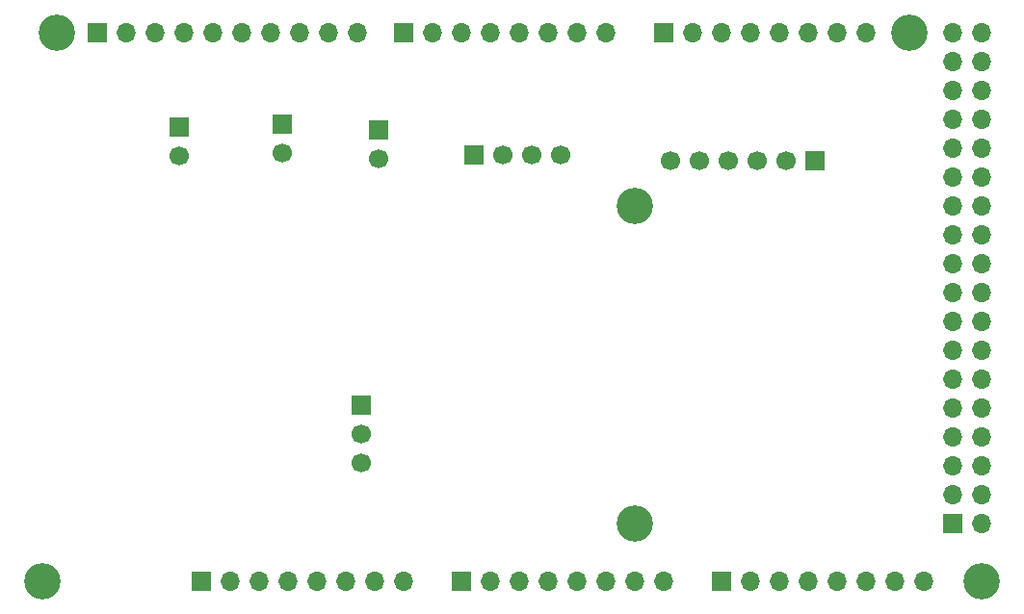
<source format=gbr>
%TF.GenerationSoftware,KiCad,Pcbnew,9.0.6*%
%TF.CreationDate,2025-12-21T23:53:10+02:00*%
%TF.ProjectId,Embedded_pcb,456d6265-6464-4656-945f-7063622e6b69,rev?*%
%TF.SameCoordinates,Original*%
%TF.FileFunction,Soldermask,Bot*%
%TF.FilePolarity,Negative*%
%FSLAX46Y46*%
G04 Gerber Fmt 4.6, Leading zero omitted, Abs format (unit mm)*
G04 Created by KiCad (PCBNEW 9.0.6) date 2025-12-21 23:53:10*
%MOMM*%
%LPD*%
G01*
G04 APERTURE LIST*
%ADD10R,1.700000X1.700000*%
%ADD11O,1.700000X1.700000*%
%ADD12C,3.200000*%
%ADD13C,1.700000*%
G04 APERTURE END LIST*
D10*
%TO.C,J7*%
X194000000Y-92380000D03*
D11*
X196540000Y-92380000D03*
X194000000Y-89840000D03*
X196540000Y-89840000D03*
X194000000Y-87300000D03*
X196540000Y-87300000D03*
X194000000Y-84760000D03*
X196540000Y-84760000D03*
X194000000Y-82220000D03*
X196540000Y-82220000D03*
X194000000Y-79680000D03*
X196540000Y-79680000D03*
X194000000Y-77140000D03*
X196540000Y-77140000D03*
X194000000Y-74600000D03*
X196540000Y-74600000D03*
X194000000Y-72060000D03*
X196540000Y-72060000D03*
X194000000Y-69520000D03*
X196540000Y-69520000D03*
X194000000Y-66980000D03*
X196540000Y-66980000D03*
X194000000Y-64440000D03*
X196540000Y-64440000D03*
X194000000Y-61900000D03*
X196540000Y-61900000D03*
X194000000Y-59360000D03*
X196540000Y-59360000D03*
X194000000Y-56820000D03*
X196540000Y-56820000D03*
X194000000Y-54280000D03*
X196540000Y-54280000D03*
X194000000Y-51740000D03*
X196540000Y-51740000D03*
X194000000Y-49200000D03*
X196540000Y-49200000D03*
%TD*%
D10*
%TO.C,J1*%
X127940000Y-97460000D03*
D11*
X130480000Y-97460000D03*
X133020000Y-97460000D03*
X135560000Y-97460000D03*
X138100000Y-97460000D03*
X140640000Y-97460000D03*
X143180000Y-97460000D03*
X145720000Y-97460000D03*
%TD*%
D10*
%TO.C,J3*%
X150800000Y-97460000D03*
D11*
X153340000Y-97460000D03*
X155880000Y-97460000D03*
X158420000Y-97460000D03*
X160960000Y-97460000D03*
X163500000Y-97460000D03*
X166040000Y-97460000D03*
X168580000Y-97460000D03*
%TD*%
D10*
%TO.C,J5*%
X173660000Y-97460000D03*
D11*
X176200000Y-97460000D03*
X178740000Y-97460000D03*
X181280000Y-97460000D03*
X183820000Y-97460000D03*
X186360000Y-97460000D03*
X188900000Y-97460000D03*
X191440000Y-97460000D03*
%TD*%
D10*
%TO.C,J2*%
X118796000Y-49200000D03*
D11*
X121336000Y-49200000D03*
X123876000Y-49200000D03*
X126416000Y-49200000D03*
X128956000Y-49200000D03*
X131496000Y-49200000D03*
X134036000Y-49200000D03*
X136576000Y-49200000D03*
X139116000Y-49200000D03*
X141656000Y-49200000D03*
%TD*%
D10*
%TO.C,J4*%
X145720000Y-49200000D03*
D11*
X148260000Y-49200000D03*
X150800000Y-49200000D03*
X153340000Y-49200000D03*
X155880000Y-49200000D03*
X158420000Y-49200000D03*
X160960000Y-49200000D03*
X163500000Y-49200000D03*
%TD*%
D10*
%TO.C,J6*%
X168580000Y-49200000D03*
D11*
X171120000Y-49200000D03*
X173660000Y-49200000D03*
X176200000Y-49200000D03*
X178740000Y-49200000D03*
X181280000Y-49200000D03*
X183820000Y-49200000D03*
X186360000Y-49200000D03*
%TD*%
D12*
%TO.C,MH6*%
X196520000Y-97460000D03*
%TD*%
D10*
%TO.C,J9*%
X151880000Y-60000000D03*
D13*
X154420000Y-60000000D03*
X156960000Y-60000000D03*
X159500000Y-60000000D03*
%TD*%
D10*
%TO.C,J11*%
X143525000Y-57750000D03*
D13*
X143525000Y-60290000D03*
%TD*%
D12*
%TO.C,MH1*%
X115240000Y-49200000D03*
%TD*%
D10*
%TO.C,J13*%
X126000000Y-57500000D03*
D13*
X126000000Y-60040000D03*
%TD*%
%TO.C,J8*%
X169150000Y-60500000D03*
X171690000Y-60500000D03*
X174230000Y-60500000D03*
X176770000Y-60500000D03*
X179310000Y-60500000D03*
D10*
X181850000Y-60500000D03*
%TD*%
D12*
%TO.C,MH2*%
X113970000Y-97460000D03*
%TD*%
%TO.C,MH3*%
X166040000Y-64440000D03*
%TD*%
%TO.C,MH4*%
X166040000Y-92380000D03*
%TD*%
%TO.C,MH5*%
X190170000Y-49200000D03*
%TD*%
D10*
%TO.C,J10*%
X135025000Y-57250000D03*
D13*
X135025000Y-59790000D03*
%TD*%
D10*
%TO.C,J12*%
X142000000Y-82000000D03*
D13*
X142000000Y-84540000D03*
X142000000Y-87080000D03*
%TD*%
M02*

</source>
